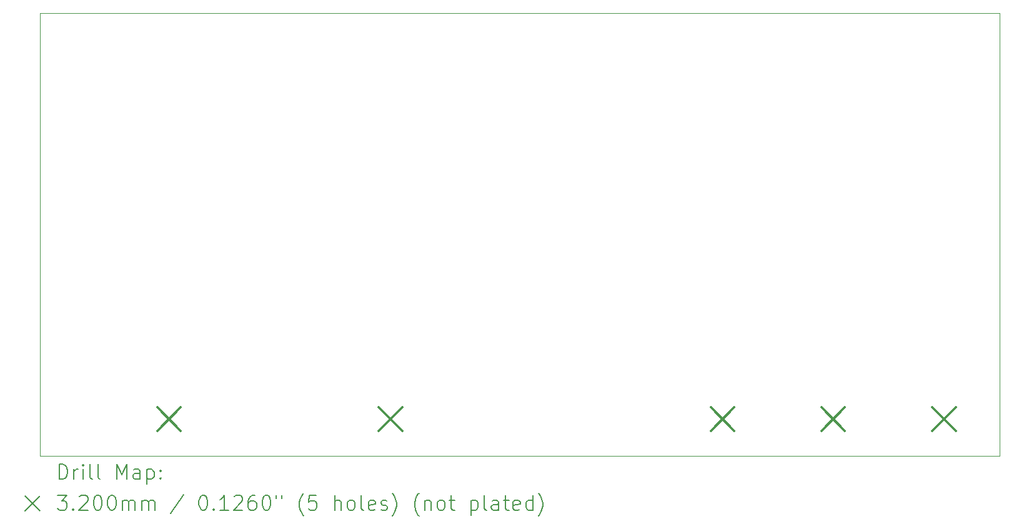
<source format=gbr>
%TF.GenerationSoftware,KiCad,Pcbnew,8.0.3*%
%TF.CreationDate,2025-02-02T18:29:42-08:00*%
%TF.ProjectId,Power_Distribution,506f7765-725f-4446-9973-747269627574,rev?*%
%TF.SameCoordinates,Original*%
%TF.FileFunction,Drillmap*%
%TF.FilePolarity,Positive*%
%FSLAX45Y45*%
G04 Gerber Fmt 4.5, Leading zero omitted, Abs format (unit mm)*
G04 Created by KiCad (PCBNEW 8.0.3) date 2025-02-02 18:29:42*
%MOMM*%
%LPD*%
G01*
G04 APERTURE LIST*
%ADD10C,0.100000*%
%ADD11C,0.200000*%
%ADD12C,0.320000*%
G04 APERTURE END LIST*
D10*
X8153640Y-5227320D02*
X21153640Y-5227320D01*
X21153640Y-11227320D01*
X8153640Y-11227320D01*
X8153640Y-5227320D01*
D11*
D12*
X9739000Y-10568960D02*
X10059000Y-10888960D01*
X10059000Y-10568960D02*
X9739000Y-10888960D01*
X12739000Y-10568960D02*
X13059000Y-10888960D01*
X13059000Y-10568960D02*
X12739000Y-10888960D01*
X17239000Y-10568960D02*
X17559000Y-10888960D01*
X17559000Y-10568960D02*
X17239000Y-10888960D01*
X18739000Y-10568960D02*
X19059000Y-10888960D01*
X19059000Y-10568960D02*
X18739000Y-10888960D01*
X20239000Y-10568960D02*
X20559000Y-10888960D01*
X20559000Y-10568960D02*
X20239000Y-10888960D01*
D11*
X8409417Y-11543804D02*
X8409417Y-11343804D01*
X8409417Y-11343804D02*
X8457036Y-11343804D01*
X8457036Y-11343804D02*
X8485607Y-11353328D01*
X8485607Y-11353328D02*
X8504655Y-11372375D01*
X8504655Y-11372375D02*
X8514179Y-11391423D01*
X8514179Y-11391423D02*
X8523703Y-11429518D01*
X8523703Y-11429518D02*
X8523703Y-11458089D01*
X8523703Y-11458089D02*
X8514179Y-11496185D01*
X8514179Y-11496185D02*
X8504655Y-11515232D01*
X8504655Y-11515232D02*
X8485607Y-11534280D01*
X8485607Y-11534280D02*
X8457036Y-11543804D01*
X8457036Y-11543804D02*
X8409417Y-11543804D01*
X8609417Y-11543804D02*
X8609417Y-11410470D01*
X8609417Y-11448566D02*
X8618941Y-11429518D01*
X8618941Y-11429518D02*
X8628464Y-11419994D01*
X8628464Y-11419994D02*
X8647512Y-11410470D01*
X8647512Y-11410470D02*
X8666560Y-11410470D01*
X8733226Y-11543804D02*
X8733226Y-11410470D01*
X8733226Y-11343804D02*
X8723703Y-11353328D01*
X8723703Y-11353328D02*
X8733226Y-11362851D01*
X8733226Y-11362851D02*
X8742750Y-11353328D01*
X8742750Y-11353328D02*
X8733226Y-11343804D01*
X8733226Y-11343804D02*
X8733226Y-11362851D01*
X8857036Y-11543804D02*
X8837988Y-11534280D01*
X8837988Y-11534280D02*
X8828464Y-11515232D01*
X8828464Y-11515232D02*
X8828464Y-11343804D01*
X8961798Y-11543804D02*
X8942750Y-11534280D01*
X8942750Y-11534280D02*
X8933226Y-11515232D01*
X8933226Y-11515232D02*
X8933226Y-11343804D01*
X9190369Y-11543804D02*
X9190369Y-11343804D01*
X9190369Y-11343804D02*
X9257036Y-11486661D01*
X9257036Y-11486661D02*
X9323703Y-11343804D01*
X9323703Y-11343804D02*
X9323703Y-11543804D01*
X9504655Y-11543804D02*
X9504655Y-11439042D01*
X9504655Y-11439042D02*
X9495131Y-11419994D01*
X9495131Y-11419994D02*
X9476084Y-11410470D01*
X9476084Y-11410470D02*
X9437988Y-11410470D01*
X9437988Y-11410470D02*
X9418941Y-11419994D01*
X9504655Y-11534280D02*
X9485607Y-11543804D01*
X9485607Y-11543804D02*
X9437988Y-11543804D01*
X9437988Y-11543804D02*
X9418941Y-11534280D01*
X9418941Y-11534280D02*
X9409417Y-11515232D01*
X9409417Y-11515232D02*
X9409417Y-11496185D01*
X9409417Y-11496185D02*
X9418941Y-11477137D01*
X9418941Y-11477137D02*
X9437988Y-11467613D01*
X9437988Y-11467613D02*
X9485607Y-11467613D01*
X9485607Y-11467613D02*
X9504655Y-11458089D01*
X9599893Y-11410470D02*
X9599893Y-11610470D01*
X9599893Y-11419994D02*
X9618941Y-11410470D01*
X9618941Y-11410470D02*
X9657036Y-11410470D01*
X9657036Y-11410470D02*
X9676084Y-11419994D01*
X9676084Y-11419994D02*
X9685607Y-11429518D01*
X9685607Y-11429518D02*
X9695131Y-11448566D01*
X9695131Y-11448566D02*
X9695131Y-11505708D01*
X9695131Y-11505708D02*
X9685607Y-11524756D01*
X9685607Y-11524756D02*
X9676084Y-11534280D01*
X9676084Y-11534280D02*
X9657036Y-11543804D01*
X9657036Y-11543804D02*
X9618941Y-11543804D01*
X9618941Y-11543804D02*
X9599893Y-11534280D01*
X9780845Y-11524756D02*
X9790369Y-11534280D01*
X9790369Y-11534280D02*
X9780845Y-11543804D01*
X9780845Y-11543804D02*
X9771322Y-11534280D01*
X9771322Y-11534280D02*
X9780845Y-11524756D01*
X9780845Y-11524756D02*
X9780845Y-11543804D01*
X9780845Y-11419994D02*
X9790369Y-11429518D01*
X9790369Y-11429518D02*
X9780845Y-11439042D01*
X9780845Y-11439042D02*
X9771322Y-11429518D01*
X9771322Y-11429518D02*
X9780845Y-11419994D01*
X9780845Y-11419994D02*
X9780845Y-11439042D01*
X7948640Y-11772320D02*
X8148640Y-11972320D01*
X8148640Y-11772320D02*
X7948640Y-11972320D01*
X8390369Y-11763804D02*
X8514179Y-11763804D01*
X8514179Y-11763804D02*
X8447512Y-11839994D01*
X8447512Y-11839994D02*
X8476084Y-11839994D01*
X8476084Y-11839994D02*
X8495131Y-11849518D01*
X8495131Y-11849518D02*
X8504655Y-11859042D01*
X8504655Y-11859042D02*
X8514179Y-11878089D01*
X8514179Y-11878089D02*
X8514179Y-11925708D01*
X8514179Y-11925708D02*
X8504655Y-11944756D01*
X8504655Y-11944756D02*
X8495131Y-11954280D01*
X8495131Y-11954280D02*
X8476084Y-11963804D01*
X8476084Y-11963804D02*
X8418941Y-11963804D01*
X8418941Y-11963804D02*
X8399893Y-11954280D01*
X8399893Y-11954280D02*
X8390369Y-11944756D01*
X8599893Y-11944756D02*
X8609417Y-11954280D01*
X8609417Y-11954280D02*
X8599893Y-11963804D01*
X8599893Y-11963804D02*
X8590369Y-11954280D01*
X8590369Y-11954280D02*
X8599893Y-11944756D01*
X8599893Y-11944756D02*
X8599893Y-11963804D01*
X8685607Y-11782851D02*
X8695131Y-11773328D01*
X8695131Y-11773328D02*
X8714179Y-11763804D01*
X8714179Y-11763804D02*
X8761798Y-11763804D01*
X8761798Y-11763804D02*
X8780845Y-11773328D01*
X8780845Y-11773328D02*
X8790369Y-11782851D01*
X8790369Y-11782851D02*
X8799893Y-11801899D01*
X8799893Y-11801899D02*
X8799893Y-11820947D01*
X8799893Y-11820947D02*
X8790369Y-11849518D01*
X8790369Y-11849518D02*
X8676084Y-11963804D01*
X8676084Y-11963804D02*
X8799893Y-11963804D01*
X8923703Y-11763804D02*
X8942750Y-11763804D01*
X8942750Y-11763804D02*
X8961798Y-11773328D01*
X8961798Y-11773328D02*
X8971322Y-11782851D01*
X8971322Y-11782851D02*
X8980845Y-11801899D01*
X8980845Y-11801899D02*
X8990369Y-11839994D01*
X8990369Y-11839994D02*
X8990369Y-11887613D01*
X8990369Y-11887613D02*
X8980845Y-11925708D01*
X8980845Y-11925708D02*
X8971322Y-11944756D01*
X8971322Y-11944756D02*
X8961798Y-11954280D01*
X8961798Y-11954280D02*
X8942750Y-11963804D01*
X8942750Y-11963804D02*
X8923703Y-11963804D01*
X8923703Y-11963804D02*
X8904655Y-11954280D01*
X8904655Y-11954280D02*
X8895131Y-11944756D01*
X8895131Y-11944756D02*
X8885607Y-11925708D01*
X8885607Y-11925708D02*
X8876084Y-11887613D01*
X8876084Y-11887613D02*
X8876084Y-11839994D01*
X8876084Y-11839994D02*
X8885607Y-11801899D01*
X8885607Y-11801899D02*
X8895131Y-11782851D01*
X8895131Y-11782851D02*
X8904655Y-11773328D01*
X8904655Y-11773328D02*
X8923703Y-11763804D01*
X9114179Y-11763804D02*
X9133226Y-11763804D01*
X9133226Y-11763804D02*
X9152274Y-11773328D01*
X9152274Y-11773328D02*
X9161798Y-11782851D01*
X9161798Y-11782851D02*
X9171322Y-11801899D01*
X9171322Y-11801899D02*
X9180845Y-11839994D01*
X9180845Y-11839994D02*
X9180845Y-11887613D01*
X9180845Y-11887613D02*
X9171322Y-11925708D01*
X9171322Y-11925708D02*
X9161798Y-11944756D01*
X9161798Y-11944756D02*
X9152274Y-11954280D01*
X9152274Y-11954280D02*
X9133226Y-11963804D01*
X9133226Y-11963804D02*
X9114179Y-11963804D01*
X9114179Y-11963804D02*
X9095131Y-11954280D01*
X9095131Y-11954280D02*
X9085607Y-11944756D01*
X9085607Y-11944756D02*
X9076084Y-11925708D01*
X9076084Y-11925708D02*
X9066560Y-11887613D01*
X9066560Y-11887613D02*
X9066560Y-11839994D01*
X9066560Y-11839994D02*
X9076084Y-11801899D01*
X9076084Y-11801899D02*
X9085607Y-11782851D01*
X9085607Y-11782851D02*
X9095131Y-11773328D01*
X9095131Y-11773328D02*
X9114179Y-11763804D01*
X9266560Y-11963804D02*
X9266560Y-11830470D01*
X9266560Y-11849518D02*
X9276084Y-11839994D01*
X9276084Y-11839994D02*
X9295131Y-11830470D01*
X9295131Y-11830470D02*
X9323703Y-11830470D01*
X9323703Y-11830470D02*
X9342750Y-11839994D01*
X9342750Y-11839994D02*
X9352274Y-11859042D01*
X9352274Y-11859042D02*
X9352274Y-11963804D01*
X9352274Y-11859042D02*
X9361798Y-11839994D01*
X9361798Y-11839994D02*
X9380845Y-11830470D01*
X9380845Y-11830470D02*
X9409417Y-11830470D01*
X9409417Y-11830470D02*
X9428465Y-11839994D01*
X9428465Y-11839994D02*
X9437988Y-11859042D01*
X9437988Y-11859042D02*
X9437988Y-11963804D01*
X9533226Y-11963804D02*
X9533226Y-11830470D01*
X9533226Y-11849518D02*
X9542750Y-11839994D01*
X9542750Y-11839994D02*
X9561798Y-11830470D01*
X9561798Y-11830470D02*
X9590369Y-11830470D01*
X9590369Y-11830470D02*
X9609417Y-11839994D01*
X9609417Y-11839994D02*
X9618941Y-11859042D01*
X9618941Y-11859042D02*
X9618941Y-11963804D01*
X9618941Y-11859042D02*
X9628465Y-11839994D01*
X9628465Y-11839994D02*
X9647512Y-11830470D01*
X9647512Y-11830470D02*
X9676084Y-11830470D01*
X9676084Y-11830470D02*
X9695131Y-11839994D01*
X9695131Y-11839994D02*
X9704655Y-11859042D01*
X9704655Y-11859042D02*
X9704655Y-11963804D01*
X10095131Y-11754280D02*
X9923703Y-12011423D01*
X10352274Y-11763804D02*
X10371322Y-11763804D01*
X10371322Y-11763804D02*
X10390369Y-11773328D01*
X10390369Y-11773328D02*
X10399893Y-11782851D01*
X10399893Y-11782851D02*
X10409417Y-11801899D01*
X10409417Y-11801899D02*
X10418941Y-11839994D01*
X10418941Y-11839994D02*
X10418941Y-11887613D01*
X10418941Y-11887613D02*
X10409417Y-11925708D01*
X10409417Y-11925708D02*
X10399893Y-11944756D01*
X10399893Y-11944756D02*
X10390369Y-11954280D01*
X10390369Y-11954280D02*
X10371322Y-11963804D01*
X10371322Y-11963804D02*
X10352274Y-11963804D01*
X10352274Y-11963804D02*
X10333227Y-11954280D01*
X10333227Y-11954280D02*
X10323703Y-11944756D01*
X10323703Y-11944756D02*
X10314179Y-11925708D01*
X10314179Y-11925708D02*
X10304655Y-11887613D01*
X10304655Y-11887613D02*
X10304655Y-11839994D01*
X10304655Y-11839994D02*
X10314179Y-11801899D01*
X10314179Y-11801899D02*
X10323703Y-11782851D01*
X10323703Y-11782851D02*
X10333227Y-11773328D01*
X10333227Y-11773328D02*
X10352274Y-11763804D01*
X10504655Y-11944756D02*
X10514179Y-11954280D01*
X10514179Y-11954280D02*
X10504655Y-11963804D01*
X10504655Y-11963804D02*
X10495131Y-11954280D01*
X10495131Y-11954280D02*
X10504655Y-11944756D01*
X10504655Y-11944756D02*
X10504655Y-11963804D01*
X10704655Y-11963804D02*
X10590369Y-11963804D01*
X10647512Y-11963804D02*
X10647512Y-11763804D01*
X10647512Y-11763804D02*
X10628465Y-11792375D01*
X10628465Y-11792375D02*
X10609417Y-11811423D01*
X10609417Y-11811423D02*
X10590369Y-11820947D01*
X10780846Y-11782851D02*
X10790369Y-11773328D01*
X10790369Y-11773328D02*
X10809417Y-11763804D01*
X10809417Y-11763804D02*
X10857036Y-11763804D01*
X10857036Y-11763804D02*
X10876084Y-11773328D01*
X10876084Y-11773328D02*
X10885608Y-11782851D01*
X10885608Y-11782851D02*
X10895131Y-11801899D01*
X10895131Y-11801899D02*
X10895131Y-11820947D01*
X10895131Y-11820947D02*
X10885608Y-11849518D01*
X10885608Y-11849518D02*
X10771322Y-11963804D01*
X10771322Y-11963804D02*
X10895131Y-11963804D01*
X11066560Y-11763804D02*
X11028465Y-11763804D01*
X11028465Y-11763804D02*
X11009417Y-11773328D01*
X11009417Y-11773328D02*
X10999893Y-11782851D01*
X10999893Y-11782851D02*
X10980846Y-11811423D01*
X10980846Y-11811423D02*
X10971322Y-11849518D01*
X10971322Y-11849518D02*
X10971322Y-11925708D01*
X10971322Y-11925708D02*
X10980846Y-11944756D01*
X10980846Y-11944756D02*
X10990369Y-11954280D01*
X10990369Y-11954280D02*
X11009417Y-11963804D01*
X11009417Y-11963804D02*
X11047512Y-11963804D01*
X11047512Y-11963804D02*
X11066560Y-11954280D01*
X11066560Y-11954280D02*
X11076084Y-11944756D01*
X11076084Y-11944756D02*
X11085608Y-11925708D01*
X11085608Y-11925708D02*
X11085608Y-11878089D01*
X11085608Y-11878089D02*
X11076084Y-11859042D01*
X11076084Y-11859042D02*
X11066560Y-11849518D01*
X11066560Y-11849518D02*
X11047512Y-11839994D01*
X11047512Y-11839994D02*
X11009417Y-11839994D01*
X11009417Y-11839994D02*
X10990369Y-11849518D01*
X10990369Y-11849518D02*
X10980846Y-11859042D01*
X10980846Y-11859042D02*
X10971322Y-11878089D01*
X11209417Y-11763804D02*
X11228465Y-11763804D01*
X11228465Y-11763804D02*
X11247512Y-11773328D01*
X11247512Y-11773328D02*
X11257036Y-11782851D01*
X11257036Y-11782851D02*
X11266560Y-11801899D01*
X11266560Y-11801899D02*
X11276084Y-11839994D01*
X11276084Y-11839994D02*
X11276084Y-11887613D01*
X11276084Y-11887613D02*
X11266560Y-11925708D01*
X11266560Y-11925708D02*
X11257036Y-11944756D01*
X11257036Y-11944756D02*
X11247512Y-11954280D01*
X11247512Y-11954280D02*
X11228465Y-11963804D01*
X11228465Y-11963804D02*
X11209417Y-11963804D01*
X11209417Y-11963804D02*
X11190369Y-11954280D01*
X11190369Y-11954280D02*
X11180846Y-11944756D01*
X11180846Y-11944756D02*
X11171322Y-11925708D01*
X11171322Y-11925708D02*
X11161798Y-11887613D01*
X11161798Y-11887613D02*
X11161798Y-11839994D01*
X11161798Y-11839994D02*
X11171322Y-11801899D01*
X11171322Y-11801899D02*
X11180846Y-11782851D01*
X11180846Y-11782851D02*
X11190369Y-11773328D01*
X11190369Y-11773328D02*
X11209417Y-11763804D01*
X11352274Y-11763804D02*
X11352274Y-11801899D01*
X11428465Y-11763804D02*
X11428465Y-11801899D01*
X11723703Y-12039994D02*
X11714179Y-12030470D01*
X11714179Y-12030470D02*
X11695131Y-12001899D01*
X11695131Y-12001899D02*
X11685608Y-11982851D01*
X11685608Y-11982851D02*
X11676084Y-11954280D01*
X11676084Y-11954280D02*
X11666560Y-11906661D01*
X11666560Y-11906661D02*
X11666560Y-11868566D01*
X11666560Y-11868566D02*
X11676084Y-11820947D01*
X11676084Y-11820947D02*
X11685608Y-11792375D01*
X11685608Y-11792375D02*
X11695131Y-11773328D01*
X11695131Y-11773328D02*
X11714179Y-11744756D01*
X11714179Y-11744756D02*
X11723703Y-11735232D01*
X11895131Y-11763804D02*
X11799893Y-11763804D01*
X11799893Y-11763804D02*
X11790369Y-11859042D01*
X11790369Y-11859042D02*
X11799893Y-11849518D01*
X11799893Y-11849518D02*
X11818941Y-11839994D01*
X11818941Y-11839994D02*
X11866560Y-11839994D01*
X11866560Y-11839994D02*
X11885608Y-11849518D01*
X11885608Y-11849518D02*
X11895131Y-11859042D01*
X11895131Y-11859042D02*
X11904655Y-11878089D01*
X11904655Y-11878089D02*
X11904655Y-11925708D01*
X11904655Y-11925708D02*
X11895131Y-11944756D01*
X11895131Y-11944756D02*
X11885608Y-11954280D01*
X11885608Y-11954280D02*
X11866560Y-11963804D01*
X11866560Y-11963804D02*
X11818941Y-11963804D01*
X11818941Y-11963804D02*
X11799893Y-11954280D01*
X11799893Y-11954280D02*
X11790369Y-11944756D01*
X12142750Y-11963804D02*
X12142750Y-11763804D01*
X12228465Y-11963804D02*
X12228465Y-11859042D01*
X12228465Y-11859042D02*
X12218941Y-11839994D01*
X12218941Y-11839994D02*
X12199893Y-11830470D01*
X12199893Y-11830470D02*
X12171322Y-11830470D01*
X12171322Y-11830470D02*
X12152274Y-11839994D01*
X12152274Y-11839994D02*
X12142750Y-11849518D01*
X12352274Y-11963804D02*
X12333227Y-11954280D01*
X12333227Y-11954280D02*
X12323703Y-11944756D01*
X12323703Y-11944756D02*
X12314179Y-11925708D01*
X12314179Y-11925708D02*
X12314179Y-11868566D01*
X12314179Y-11868566D02*
X12323703Y-11849518D01*
X12323703Y-11849518D02*
X12333227Y-11839994D01*
X12333227Y-11839994D02*
X12352274Y-11830470D01*
X12352274Y-11830470D02*
X12380846Y-11830470D01*
X12380846Y-11830470D02*
X12399893Y-11839994D01*
X12399893Y-11839994D02*
X12409417Y-11849518D01*
X12409417Y-11849518D02*
X12418941Y-11868566D01*
X12418941Y-11868566D02*
X12418941Y-11925708D01*
X12418941Y-11925708D02*
X12409417Y-11944756D01*
X12409417Y-11944756D02*
X12399893Y-11954280D01*
X12399893Y-11954280D02*
X12380846Y-11963804D01*
X12380846Y-11963804D02*
X12352274Y-11963804D01*
X12533227Y-11963804D02*
X12514179Y-11954280D01*
X12514179Y-11954280D02*
X12504655Y-11935232D01*
X12504655Y-11935232D02*
X12504655Y-11763804D01*
X12685608Y-11954280D02*
X12666560Y-11963804D01*
X12666560Y-11963804D02*
X12628465Y-11963804D01*
X12628465Y-11963804D02*
X12609417Y-11954280D01*
X12609417Y-11954280D02*
X12599893Y-11935232D01*
X12599893Y-11935232D02*
X12599893Y-11859042D01*
X12599893Y-11859042D02*
X12609417Y-11839994D01*
X12609417Y-11839994D02*
X12628465Y-11830470D01*
X12628465Y-11830470D02*
X12666560Y-11830470D01*
X12666560Y-11830470D02*
X12685608Y-11839994D01*
X12685608Y-11839994D02*
X12695131Y-11859042D01*
X12695131Y-11859042D02*
X12695131Y-11878089D01*
X12695131Y-11878089D02*
X12599893Y-11897137D01*
X12771322Y-11954280D02*
X12790370Y-11963804D01*
X12790370Y-11963804D02*
X12828465Y-11963804D01*
X12828465Y-11963804D02*
X12847512Y-11954280D01*
X12847512Y-11954280D02*
X12857036Y-11935232D01*
X12857036Y-11935232D02*
X12857036Y-11925708D01*
X12857036Y-11925708D02*
X12847512Y-11906661D01*
X12847512Y-11906661D02*
X12828465Y-11897137D01*
X12828465Y-11897137D02*
X12799893Y-11897137D01*
X12799893Y-11897137D02*
X12780846Y-11887613D01*
X12780846Y-11887613D02*
X12771322Y-11868566D01*
X12771322Y-11868566D02*
X12771322Y-11859042D01*
X12771322Y-11859042D02*
X12780846Y-11839994D01*
X12780846Y-11839994D02*
X12799893Y-11830470D01*
X12799893Y-11830470D02*
X12828465Y-11830470D01*
X12828465Y-11830470D02*
X12847512Y-11839994D01*
X12923703Y-12039994D02*
X12933227Y-12030470D01*
X12933227Y-12030470D02*
X12952274Y-12001899D01*
X12952274Y-12001899D02*
X12961798Y-11982851D01*
X12961798Y-11982851D02*
X12971322Y-11954280D01*
X12971322Y-11954280D02*
X12980846Y-11906661D01*
X12980846Y-11906661D02*
X12980846Y-11868566D01*
X12980846Y-11868566D02*
X12971322Y-11820947D01*
X12971322Y-11820947D02*
X12961798Y-11792375D01*
X12961798Y-11792375D02*
X12952274Y-11773328D01*
X12952274Y-11773328D02*
X12933227Y-11744756D01*
X12933227Y-11744756D02*
X12923703Y-11735232D01*
X13285608Y-12039994D02*
X13276084Y-12030470D01*
X13276084Y-12030470D02*
X13257036Y-12001899D01*
X13257036Y-12001899D02*
X13247512Y-11982851D01*
X13247512Y-11982851D02*
X13237989Y-11954280D01*
X13237989Y-11954280D02*
X13228465Y-11906661D01*
X13228465Y-11906661D02*
X13228465Y-11868566D01*
X13228465Y-11868566D02*
X13237989Y-11820947D01*
X13237989Y-11820947D02*
X13247512Y-11792375D01*
X13247512Y-11792375D02*
X13257036Y-11773328D01*
X13257036Y-11773328D02*
X13276084Y-11744756D01*
X13276084Y-11744756D02*
X13285608Y-11735232D01*
X13361798Y-11830470D02*
X13361798Y-11963804D01*
X13361798Y-11849518D02*
X13371322Y-11839994D01*
X13371322Y-11839994D02*
X13390370Y-11830470D01*
X13390370Y-11830470D02*
X13418941Y-11830470D01*
X13418941Y-11830470D02*
X13437989Y-11839994D01*
X13437989Y-11839994D02*
X13447512Y-11859042D01*
X13447512Y-11859042D02*
X13447512Y-11963804D01*
X13571322Y-11963804D02*
X13552274Y-11954280D01*
X13552274Y-11954280D02*
X13542751Y-11944756D01*
X13542751Y-11944756D02*
X13533227Y-11925708D01*
X13533227Y-11925708D02*
X13533227Y-11868566D01*
X13533227Y-11868566D02*
X13542751Y-11849518D01*
X13542751Y-11849518D02*
X13552274Y-11839994D01*
X13552274Y-11839994D02*
X13571322Y-11830470D01*
X13571322Y-11830470D02*
X13599893Y-11830470D01*
X13599893Y-11830470D02*
X13618941Y-11839994D01*
X13618941Y-11839994D02*
X13628465Y-11849518D01*
X13628465Y-11849518D02*
X13637989Y-11868566D01*
X13637989Y-11868566D02*
X13637989Y-11925708D01*
X13637989Y-11925708D02*
X13628465Y-11944756D01*
X13628465Y-11944756D02*
X13618941Y-11954280D01*
X13618941Y-11954280D02*
X13599893Y-11963804D01*
X13599893Y-11963804D02*
X13571322Y-11963804D01*
X13695132Y-11830470D02*
X13771322Y-11830470D01*
X13723703Y-11763804D02*
X13723703Y-11935232D01*
X13723703Y-11935232D02*
X13733227Y-11954280D01*
X13733227Y-11954280D02*
X13752274Y-11963804D01*
X13752274Y-11963804D02*
X13771322Y-11963804D01*
X13990370Y-11830470D02*
X13990370Y-12030470D01*
X13990370Y-11839994D02*
X14009417Y-11830470D01*
X14009417Y-11830470D02*
X14047513Y-11830470D01*
X14047513Y-11830470D02*
X14066560Y-11839994D01*
X14066560Y-11839994D02*
X14076084Y-11849518D01*
X14076084Y-11849518D02*
X14085608Y-11868566D01*
X14085608Y-11868566D02*
X14085608Y-11925708D01*
X14085608Y-11925708D02*
X14076084Y-11944756D01*
X14076084Y-11944756D02*
X14066560Y-11954280D01*
X14066560Y-11954280D02*
X14047513Y-11963804D01*
X14047513Y-11963804D02*
X14009417Y-11963804D01*
X14009417Y-11963804D02*
X13990370Y-11954280D01*
X14199893Y-11963804D02*
X14180846Y-11954280D01*
X14180846Y-11954280D02*
X14171322Y-11935232D01*
X14171322Y-11935232D02*
X14171322Y-11763804D01*
X14361798Y-11963804D02*
X14361798Y-11859042D01*
X14361798Y-11859042D02*
X14352274Y-11839994D01*
X14352274Y-11839994D02*
X14333227Y-11830470D01*
X14333227Y-11830470D02*
X14295132Y-11830470D01*
X14295132Y-11830470D02*
X14276084Y-11839994D01*
X14361798Y-11954280D02*
X14342751Y-11963804D01*
X14342751Y-11963804D02*
X14295132Y-11963804D01*
X14295132Y-11963804D02*
X14276084Y-11954280D01*
X14276084Y-11954280D02*
X14266560Y-11935232D01*
X14266560Y-11935232D02*
X14266560Y-11916185D01*
X14266560Y-11916185D02*
X14276084Y-11897137D01*
X14276084Y-11897137D02*
X14295132Y-11887613D01*
X14295132Y-11887613D02*
X14342751Y-11887613D01*
X14342751Y-11887613D02*
X14361798Y-11878089D01*
X14428465Y-11830470D02*
X14504655Y-11830470D01*
X14457036Y-11763804D02*
X14457036Y-11935232D01*
X14457036Y-11935232D02*
X14466560Y-11954280D01*
X14466560Y-11954280D02*
X14485608Y-11963804D01*
X14485608Y-11963804D02*
X14504655Y-11963804D01*
X14647513Y-11954280D02*
X14628465Y-11963804D01*
X14628465Y-11963804D02*
X14590370Y-11963804D01*
X14590370Y-11963804D02*
X14571322Y-11954280D01*
X14571322Y-11954280D02*
X14561798Y-11935232D01*
X14561798Y-11935232D02*
X14561798Y-11859042D01*
X14561798Y-11859042D02*
X14571322Y-11839994D01*
X14571322Y-11839994D02*
X14590370Y-11830470D01*
X14590370Y-11830470D02*
X14628465Y-11830470D01*
X14628465Y-11830470D02*
X14647513Y-11839994D01*
X14647513Y-11839994D02*
X14657036Y-11859042D01*
X14657036Y-11859042D02*
X14657036Y-11878089D01*
X14657036Y-11878089D02*
X14561798Y-11897137D01*
X14828465Y-11963804D02*
X14828465Y-11763804D01*
X14828465Y-11954280D02*
X14809417Y-11963804D01*
X14809417Y-11963804D02*
X14771322Y-11963804D01*
X14771322Y-11963804D02*
X14752274Y-11954280D01*
X14752274Y-11954280D02*
X14742751Y-11944756D01*
X14742751Y-11944756D02*
X14733227Y-11925708D01*
X14733227Y-11925708D02*
X14733227Y-11868566D01*
X14733227Y-11868566D02*
X14742751Y-11849518D01*
X14742751Y-11849518D02*
X14752274Y-11839994D01*
X14752274Y-11839994D02*
X14771322Y-11830470D01*
X14771322Y-11830470D02*
X14809417Y-11830470D01*
X14809417Y-11830470D02*
X14828465Y-11839994D01*
X14904655Y-12039994D02*
X14914179Y-12030470D01*
X14914179Y-12030470D02*
X14933227Y-12001899D01*
X14933227Y-12001899D02*
X14942751Y-11982851D01*
X14942751Y-11982851D02*
X14952274Y-11954280D01*
X14952274Y-11954280D02*
X14961798Y-11906661D01*
X14961798Y-11906661D02*
X14961798Y-11868566D01*
X14961798Y-11868566D02*
X14952274Y-11820947D01*
X14952274Y-11820947D02*
X14942751Y-11792375D01*
X14942751Y-11792375D02*
X14933227Y-11773328D01*
X14933227Y-11773328D02*
X14914179Y-11744756D01*
X14914179Y-11744756D02*
X14904655Y-11735232D01*
M02*

</source>
